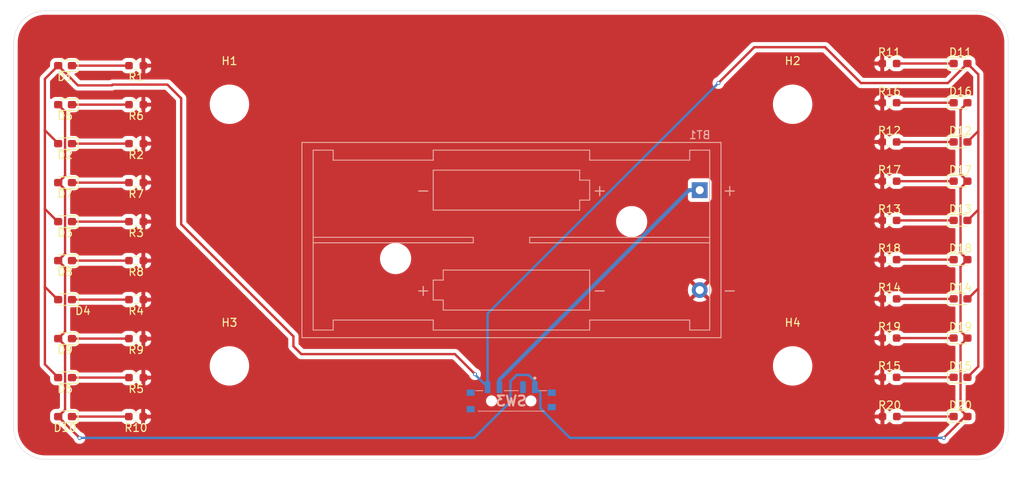
<source format=kicad_pcb>
(kicad_pcb (version 20241229) (generator "pcbnew") (generator_version "9.0")
  (layers (0 "F.Cu" signal) (2 "B.Cu" signal) (13 "F.Paste" user) (15 "B.Paste" user) (5 "F.SilkS" user "F.Silkscreen") (7 "B.SilkS" user "B.Silkscreen") (1 "F.Mask" user) (3 "B.Mask" user) (25 "Edge.Cuts" user))
  (net 0 "")
  (net 1 "GND")
  (net 2 "Net-(BT1-+)")
  (net 3 "Net-(D1-K)")
  (net 4 "/3V Red")
  (net 5 "Net-(D2-K)")
  (net 6 "Net-(D3-K)")
  (net 7 "Net-(D4-K)")
  (net 8 "Net-(D5-K)")
  (net 9 "/3V blue")
  (net 10 "Net-(D6-K)")
  (net 11 "Net-(D7-K)")
  (net 12 "Net-(D8-K)")
  (net 13 "Net-(D9-K)")
  (net 14 "Net-(D10-K)")
  (net 15 "Net-(D11-K)")
  (net 16 "Net-(D12-K)")
  (net 17 "Net-(D13-K)")
  (net 18 "Net-(D14-K)")
  (net 19 "Net-(D15-K)")
  (net 20 "Net-(D16-K)")
  (net 21 "Net-(D17-K)")
  (net 22 "Net-(D18-K)")
  (net 23 "Net-(D19-K)")
  (net 24 "Net-(D20-K)")
  (footprint "Resistor_SMD:R_0603_1608Metric_Pad0.98x0.95mm_HandSolder" (layer "F.Cu") (at 32.3075 77.609449 180)
    (property "Reference" "R8" (at 0 -1.43 0) (layer "F.SilkS"))
    (property "Value" "R_US")
    (fp_line (start -0.254724 0.5225) (end 0.254724 0.5225) (stroke (width 0.12)) (layer "F.SilkS"))
    (fp_line (start -0.254724 -0.5225) (end 0.254724 -0.5225) (stroke (width 0.12)) (layer "F.SilkS"))
    (pad "1" smd roundrect (at -0.9125 0 180) (size 0.975 0.95) (layers "F.Cu" "F.Mask" "F.Paste") (net 1 "GND"))
    (pad "2" smd roundrect (at 0.9125 0 180) (size 0.975 0.95) (layers "F.Cu" "F.Mask" "F.Paste") (net 12 "Net-(D8-K)"))
  )
  (footprint "Resistor_SMD:R_0603_1608Metric_Pad0.98x0.95mm_HandSolder" (layer "F.Cu") (at 127.9325 77.485554)
    (property "Reference" "R18" (at 0 -1.43 0) (layer "F.SilkS"))
    (property "Value" "R_US")
    (fp_line (start -0.254724 -0.5225) (end 0.254724 -0.5225) (stroke (width 0.12)) (layer "F.SilkS"))
    (fp_line (start -0.254724 0.5225) (end 0.254724 0.5225) (stroke (width 0.12)) (layer "F.SilkS"))
    (pad "1" smd roundrect (at -0.9125 0) (size 0.975 0.95) (layers "F.Cu" "F.Mask" "F.Paste") (net 1 "GND"))
    (pad "2" smd roundrect (at 0.9125 0) (size 0.975 0.95) (layers "F.Cu" "F.Mask" "F.Paste") (net 22 "Net-(D18-K)"))
  )
  (footprint "LED_SMD:LED_0603_1608Metric_Pad1.05x0.95mm_HandSolder" (layer "F.Cu") (at 23.28 67.698338 180)
    (property "Reference" "D7" (at 0 -1.43 0) (layer "F.SilkS"))
    (property "Value" "LED")
    (fp_line (start 0.8 -0.735) (end -1.66 -0.735) (stroke (width 0.12)) (layer "F.SilkS"))
    (fp_line (start -1.66 0.735) (end 0.8 0.735) (stroke (width 0.12)) (layer "F.SilkS"))
    (fp_line (start -1.66 -0.735) (end -1.66 0.735) (stroke (width 0.12)) (layer "F.SilkS"))
    (pad "1" smd roundrect (at -0.875 0 180) (size 1.05 0.95) (layers "F.Cu" "F.Mask" "F.Paste") (net 11 "Net-(D7-K)"))
    (pad "2" smd roundrect (at 0.875 0 180) (size 1.05 0.95) (layers "F.Cu" "F.Mask" "F.Paste") (net 9 "/3V blue"))
  )
  (footprint "Resistor_SMD:R_0603_1608Metric_Pad0.98x0.95mm_HandSolder" (layer "F.Cu") (at 32.3075 72.653893 180)
    (property "Reference" "R3" (at 0 -1.43 0) (layer "F.SilkS"))
    (property "Value" "R_US")
    (fp_line (start -0.254724 0.5225) (end 0.254724 0.5225) (stroke (width 0.12)) (layer "F.SilkS"))
    (fp_line (start -0.254724 -0.5225) (end 0.254724 -0.5225) (stroke (width 0.12)) (layer "F.SilkS"))
    (pad "1" smd roundrect (at -0.9125 0 180) (size 0.975 0.95) (layers "F.Cu" "F.Mask" "F.Paste") (net 1 "GND"))
    (pad "2" smd roundrect (at 0.9125 0 180) (size 0.975 0.95) (layers "F.Cu" "F.Mask" "F.Paste") (net 6 "Net-(D3-K)"))
  )
  (footprint "LED_SMD:LED_0603_1608Metric_Pad1.05x0.95mm_HandSolder" (layer "F.Cu") (at 136.96 57.546293)
    (property "Reference" "D16" (at 0 -1.43 0) (layer "F.SilkS"))
    (property "Value" "LED")
    (fp_line (start -1.66 -0.735) (end -1.66 0.735) (stroke (width 0.12)) (layer "F.SilkS"))
    (fp_line (start -1.66 0.735) (end 0.8 0.735) (stroke (width 0.12)) (layer "F.SilkS"))
    (fp_line (start 0.8 -0.735) (end -1.66 -0.735) (stroke (width 0.12)) (layer "F.SilkS"))
    (pad "1" smd roundrect (at -0.875 0) (size 1.05 0.95) (layers "F.Cu" "F.Mask" "F.Paste") (net 20 "Net-(D16-K)"))
    (pad "2" smd roundrect (at 0.875 0) (size 1.05 0.95) (layers "F.Cu" "F.Mask" "F.Paste") (net 9 "/3V blue"))
  )
  (footprint "Resistor_SMD:R_0603_1608Metric_Pad0.98x0.95mm_HandSolder" (layer "F.Cu") (at 127.9325 82.470369)
    (property "Reference" "R14" (at 0 -1.43 0) (layer "F.SilkS"))
    (property "Value" "R_US")
    (fp_line (start -0.254724 -0.5225) (end 0.254724 -0.5225) (stroke (width 0.12)) (layer "F.SilkS"))
    (fp_line (start -0.254724 0.5225) (end 0.254724 0.5225) (stroke (width 0.12)) (layer "F.SilkS"))
    (pad "1" smd roundrect (at -0.9125 0) (size 0.975 0.95) (layers "F.Cu" "F.Mask" "F.Paste") (net 1 "GND"))
    (pad "2" smd roundrect (at 0.9125 0) (size 0.975 0.95) (layers "F.Cu" "F.Mask" "F.Paste") (net 18 "Net-(D14-K)"))
  )
  (footprint "Resistor_SMD:R_0603_1608Metric_Pad0.98x0.95mm_HandSolder" (layer "F.Cu") (at 32.3075 67.698338 180)
    (property "Reference" "R7" (at 0 -1.43 0) (layer "F.SilkS"))
    (property "Value" "R_US")
    (fp_line (start -0.254724 0.5225) (end 0.254724 0.5225) (stroke (width 0.12)) (layer "F.SilkS"))
    (fp_line (start -0.254724 -0.5225) (end 0.254724 -0.5225) (stroke (width 0.12)) (layer "F.SilkS"))
    (pad "1" smd roundrect (at -0.9125 0 180) (size 0.975 0.95) (layers "F.Cu" "F.Mask" "F.Paste") (net 1 "GND"))
    (pad "2" smd roundrect (at 0.9125 0 180) (size 0.975 0.95) (layers "F.Cu" "F.Mask" "F.Paste") (net 11 "Net-(D7-K)"))
  )
  (footprint "Resistor_SMD:R_0603_1608Metric_Pad0.98x0.95mm_HandSolder" (layer "F.Cu") (at 32.3075 57.787228 180)
    (property "Reference" "R6" (at 0 -1.43 0) (layer "F.SilkS"))
    (property "Value" "R_US")
    (fp_line (start -0.254724 0.5225) (end 0.254724 0.5225) (stroke (width 0.12)) (layer "F.SilkS"))
    (fp_line (start -0.254724 -0.5225) (end 0.254724 -0.5225) (stroke (width 0.12)) (layer "F.SilkS"))
    (pad "1" smd roundrect (at -0.9125 0 180) (size 0.975 0.95) (layers "F.Cu" "F.Mask" "F.Paste") (net 1 "GND"))
    (pad "2" smd roundrect (at 0.9125 0 180) (size 0.975 0.95) (layers "F.Cu" "F.Mask" "F.Paste") (net 10 "Net-(D6-K)"))
  )
  (footprint "LED_SMD:LED_0603_1608Metric_Pad1.05x0.95mm_HandSolder" (layer "F.Cu") (at 136.96 77.485554)
    (property "Reference" "D18" (at 0 -1.43 0) (layer "F.SilkS"))
    (property "Value" "LED")
    (fp_line (start -1.66 -0.735) (end -1.66 0.735) (stroke (width 0.12)) (layer "F.SilkS"))
    (fp_line (start -1.66 0.735) (end 0.8 0.735) (stroke (width 0.12)) (layer "F.SilkS"))
    (fp_line (start 0.8 -0.735) (end -1.66 -0.735) (stroke (width 0.12)) (layer "F.SilkS"))
    (pad "1" smd roundrect (at -0.875 0) (size 1.05 0.95) (layers "F.Cu" "F.Mask" "F.Paste") (net 22 "Net-(D18-K)"))
    (pad "2" smd roundrect (at 0.875 0) (size 1.05 0.95) (layers "F.Cu" "F.Mask" "F.Paste") (net 9 "/3V blue"))
  )
  (footprint "LED_SMD:LED_0603_1608Metric_Pad1.05x0.95mm_HandSolder" (layer "F.Cu") (at 23.28 97.431669 180)
    (property "Reference" "D10" (at 0 -1.43 0) (layer "F.SilkS"))
    (property "Value" "LED")
    (fp_line (start 0.8 -0.735) (end -1.66 -0.735) (stroke (width 0.12)) (layer "F.SilkS"))
    (fp_line (start -1.66 0.735) (end 0.8 0.735) (stroke (width 0.12)) (layer "F.SilkS"))
    (fp_line (start -1.66 -0.735) (end -1.66 0.735) (stroke (width 0.12)) (layer "F.SilkS"))
    (pad "1" smd roundrect (at -0.875 0 180) (size 1.05 0.95) (layers "F.Cu" "F.Mask" "F.Paste") (net 14 "Net-(D10-K)"))
    (pad "2" smd roundrect (at 0.875 0 180) (size 1.05 0.95) (layers "F.Cu" "F.Mask" "F.Paste") (net 9 "/3V blue"))
  )
  (footprint "LED_SMD:LED_0603_1608Metric_Pad1.05x0.95mm_HandSolder" (layer "F.Cu") (at 23.28 82.565004 180)
    (property "Reference" "D4" (at -2.265 -1.43 0) (layer "F.SilkS"))
    (property "Value" "LED")
    (fp_line (start 0.8 -0.735) (end -1.66 -0.735) (stroke (width 0.12)) (layer "F.SilkS"))
    (fp_line (start -1.66 0.735) (end 0.8 0.735) (stroke (width 0.12)) (layer "F.SilkS"))
    (fp_line (start -1.66 -0.735) (end -1.66 0.735) (stroke (width 0.12)) (layer "F.SilkS"))
    (pad "1" smd roundrect (at -0.875 0 180) (size 1.05 0.95) (layers "F.Cu" "F.Mask" "F.Paste") (net 7 "Net-(D4-K)"))
    (pad "2" smd roundrect (at 0.875 0 180) (size 1.05 0.95) (layers "F.Cu" "F.Mask" "F.Paste") (net 4 "/3V Red"))
  )
  (footprint "LED_SMD:LED_0603_1608Metric_Pad1.05x0.95mm_HandSolder" (layer "F.Cu") (at 23.28 87.520559 180)
    (property "Reference" "D9" (at 0 -1.43 0) (layer "F.SilkS"))
    (property "Value" "LED")
    (fp_line (start 0.8 -0.735) (end -1.66 -0.735) (stroke (width 0.12)) (layer "F.SilkS"))
    (fp_line (start -1.66 0.735) (end 0.8 0.735) (stroke (width 0.12)) (layer "F.SilkS"))
    (fp_line (start -1.66 -0.735) (end -1.66 0.735) (stroke (width 0.12)) (layer "F.SilkS"))
    (pad "1" smd roundrect (at -0.875 0 180) (size 1.05 0.95) (layers "F.Cu" "F.Mask" "F.Paste") (net 13 "Net-(D9-K)"))
    (pad "2" smd roundrect (at 0.875 0 180) (size 1.05 0.95) (layers "F.Cu" "F.Mask" "F.Paste") (net 9 "/3V blue"))
  )
  (footprint "LED_SMD:LED_0603_1608Metric_Pad1.05x0.95mm_HandSolder" (layer "F.Cu") (at 136.96 97.424815)
    (property "Reference" "D20" (at 0 -1.43 0) (layer "F.SilkS"))
    (property "Value" "LED")
    (fp_line (start -1.66 -0.735) (end -1.66 0.735) (stroke (width 0.12)) (layer "F.SilkS"))
    (fp_line (start -1.66 0.735) (end 0.8 0.735) (stroke (width 0.12)) (layer "F.SilkS"))
    (fp_line (start 0.8 -0.735) (end -1.66 -0.735) (stroke (width 0.12)) (layer "F.SilkS"))
    (pad "1" smd roundrect (at -0.875 0) (size 1.05 0.95) (layers "F.Cu" "F.Mask" "F.Paste") (net 24 "Net-(D20-K)"))
    (pad "2" smd roundrect (at 0.875 0) (size 1.05 0.95) (layers "F.Cu" "F.Mask" "F.Paste") (net 9 "/3V blue"))
  )
  (footprint "Resistor_SMD:R_0603_1608Metric_Pad0.98x0.95mm_HandSolder" (layer "F.Cu") (at 32.3075 52.831673 180)
    (property "Reference" "R1" (at 0 -1.43 0) (layer "F.SilkS"))
    (property "Value" "R_US")
    (fp_line (start -0.254724 0.5225) (end 0.254724 0.5225) (stroke (width 0.12)) (layer "F.SilkS"))
    (fp_line (start -0.254724 -0.5225) (end 0.254724 -0.5225) (stroke (width 0.12)) (layer "F.SilkS"))
    (pad "1" smd roundrect (at -0.9125 0 180) (size 0.975 0.95) (layers "F.Cu" "F.Mask" "F.Paste") (net 1 "GND"))
    (pad "2" smd roundrect (at 0.9125 0 180) (size 0.975 0.95) (layers "F.Cu" "F.Mask" "F.Paste") (net 3 "Net-(D1-K)"))
  )
  (footprint "Resistor_SMD:R_0603_1608Metric_Pad0.98x0.95mm_HandSolder" (layer "F.Cu") (at 32.3075 87.520559 180)
    (property "Reference" "R9" (at 0 -1.43 0) (layer "F.SilkS"))
    (property "Value" "R_US")
    (fp_line (start -0.254724 0.5225) (end 0.254724 0.5225) (stroke (width 0.12)) (layer "F.SilkS"))
    (fp_line (start -0.254724 -0.5225) (end 0.254724 -0.5225) (stroke (width 0.12)) (layer "F.SilkS"))
    (pad "1" smd roundrect (at -0.9125 0 180) (size 0.975 0.95) (layers "F.Cu" "F.Mask" "F.Paste") (net 1 "GND"))
    (pad "2" smd roundrect (at 0.9125 0 180) (size 0.975 0.95) (layers "F.Cu" "F.Mask" "F.Paste") (net 13 "Net-(D9-K)"))
  )
  (footprint "Resistor_SMD:R_0603_1608Metric_Pad0.98x0.95mm_HandSolder" (layer "F.Cu") (at 32.3075 82.565004 180)
    (property "Reference" "R4" (at 0 -1.43 0) (layer "F.SilkS"))
    (property "Value" "R_US")
    (fp_line (start -0.254724 0.5225) (end 0.254724 0.5225) (stroke (width 0.12)) (layer "F.SilkS"))
    (fp_line (start -0.254724 -0.5225) (end 0.254724 -0.5225) (stroke (width 0.12)) (layer "F.SilkS"))
    (pad "1" smd roundrect (at -0.9125 0 180) (size 0.975 0.95) (layers "F.Cu" "F.Mask" "F.Paste") (net 1 "GND"))
    (pad "2" smd roundrect (at 0.9125 0 180) (size 0.975 0.95) (layers "F.Cu" "F.Mask" "F.Paste") (net 7 "Net-(D4-K)"))
  )
  (footprint "LED_SMD:LED_0603_1608Metric_Pad1.05x0.95mm_HandSolder" (layer "F.Cu") (at 136.96 62.531108)
    (property "Reference" "D12" (at 0 -1.43 0) (layer "F.SilkS"))
    (property "Value" "LED")
    (fp_line (start -1.66 -0.735) (end -1.66 0.735) (stroke (width 0.12)) (layer "F.SilkS"))
    (fp_line (start -1.66 0.735) (end 0.8 0.735) (stroke (width 0.12)) (layer "F.SilkS"))
    (fp_line (start 0.8 -0.735) (end -1.66 -0.735) (stroke (width 0.12)) (layer "F.SilkS"))
    (pad "1" smd roundrect (at -0.875 0) (size 1.05 0.95) (layers "F.Cu" "F.Mask" "F.Paste") (net 16 "Net-(D12-K)"))
    (pad "2" smd roundrect (at 0.875 0) (size 1.05 0.95) (layers "F.Cu" "F.Mask" "F.Paste") (net 4 "/3V Red"))
  )
  (footprint "Resistor_SMD:R_0603_1608Metric_Pad0.98x0.95mm_HandSolder" (layer "F.Cu") (at 127.9325 67.515924)
    (property "Reference" "R17" (at 0 -1.43 0) (layer "F.SilkS"))
    (property "Value" "R_US")
    (fp_line (start -0.254724 -0.5225) (end 0.254724 -0.5225) (stroke (width 0.12)) (layer "F.SilkS"))
    (fp_line (start -0.254724 0.5225) (end 0.254724 0.5225) (stroke (width 0.12)) (layer "F.SilkS"))
    (pad "1" smd roundrect (at -0.9125 0) (size 0.975 0.95) (layers "F.Cu" "F.Mask" "F.Paste") (net 1 "GND"))
    (pad "2" smd roundrect (at 0.9125 0) (size 0.975 0.95) (layers "F.Cu" "F.Mask" "F.Paste") (net 21 "Net-(D17-K)"))
  )
  (footprint "LED_SMD:LED_0603_1608Metric_Pad1.05x0.95mm_HandSolder" (layer "F.Cu") (at 136.96 82.470369)
    (property "Reference" "D14" (at 0 -1.43 0) (layer "F.SilkS"))
    (property "Value" "LED")
    (fp_line (start -1.66 -0.735) (end -1.66 0.735) (stroke (width 0.12)) (layer "F.SilkS"))
    (fp_line (start -1.66 0.735) (end 0.8 0.735) (stroke (width 0.12)) (layer "F.SilkS"))
    (fp_line (start 0.8 -0.735) (end -1.66 -0.735) (stroke (width 0.12)) (layer "F.SilkS"))
    (pad "1" smd roundrect (at -0.875 0) (size 1.05 0.95) (layers "F.Cu" "F.Mask" "F.Paste") (net 18 "Net-(D14-K)"))
    (pad "2" smd roundrect (at 0.875 0) (size 1.05 0.95) (layers "F.Cu" "F.Mask" "F.Paste") (net 4 "/3V Red"))
  )
  (footprint "LED_SMD:LED_0603_1608Metric_Pad1.05x0.95mm_HandSolder" (layer "F.Cu") (at 136.96 72.500739)
    (property "Reference" "D13" (at 0 -1.43 0) (layer "F.SilkS"))
    (property "Value" "LED")
    (fp_line (start -1.66 -0.735) (end -1.66 0.735) (stroke (width 0.12)) (layer "F.SilkS"))
    (fp_line (start -1.66 0.735) (end 0.8 0.735) (stroke (width 0.12)) (layer "F.SilkS"))
    (fp_line (start 0.8 -0.735) (end -1.66 -0.735) (stroke (width 0.12)) (layer "F.SilkS"))
    (pad "1" smd roundrect (at -0.875 0) (size 1.05 0.95) (layers "F.Cu" "F.Mask" "F.Paste") (net 17 "Net-(D13-K)"))
    (pad "2" smd roundrect (at 0.875 0) (size 1.05 0.95) (layers "F.Cu" "F.Mask" "F.Paste") (net 4 "/3V Red"))
  )
  (footprint "Resistor_SMD:R_0603_1608Metric_Pad0.98x0.95mm_HandSolder" (layer "F.Cu") (at 127.96 97.424815)
    (property "Reference" "R20" (at 0 -1.43 0) (layer "F.SilkS"))
    (property "Value" "R_US")
    (fp_line (start -0.254724 -0.5225) (end 0.254724 -0.5225) (stroke (width 0.12)) (layer "F.SilkS"))
    (fp_line (start -0.254724 0.5225) (end 0.254724 0.5225) (stroke (width 0.12)) (layer "F.SilkS"))
    (pad "1" smd roundrect (at -0.9125 0) (size 0.975 0.95) (layers "F.Cu" "F.Mask" "F.Paste") (net 1 "GND"))
    (pad "2" smd roundrect (at 0.9125 0) (size 0.975 0.95) (layers "F.Cu" "F.Mask" "F.Paste") (net 24 "Net-(D20-K)"))
  )
  (footprint "LED_SMD:LED_0603_1608Metric_Pad1.05x0.95mm_HandSolder" (layer "F.Cu") (at 23.28 62.742783 180)
    (property "Reference" "D2" (at 0 -1.43 0) (layer "F.SilkS"))
    (property "Value" "LED")
    (fp_line (start 0.8 -0.735) (end -1.66 -0.735) (stroke (width 0.12)) (layer "F.SilkS"))
    (fp_line (start -1.66 0.735) (end 0.8 0.735) (stroke (width 0.12)) (layer "F.SilkS"))
    (fp_line (start -1.66 -0.735) (end -1.66 0.735) (stroke (width 0.12)) (layer "F.SilkS"))
    (pad "1" smd roundrect (at -0.875 0 180) (size 1.05 0.95) (layers "F.Cu" "F.Mask" "F.Paste") (net 5 "Net-(D2-K)"))
    (pad "2" smd roundrect (at 0.875 0 180) (size 1.05 0.95) (layers "F.Cu" "F.Mask" "F.Paste") (net 4 "/3V Red"))
  )
  (footprint "MountingHole:MountingHole_4.5mm" (layer "F.Cu") (at 44.145 90.99)
    (property "Reference" "H3" (at 0 -5.5 0) (layer "F.SilkS"))
    (property "Value" "MountingHole")
    (pad "" np_thru_hole circle (at 0 0) (size 4.5 4.5) (drill 4.5) (layers "*.Cu" "*.Mask"))
  )
  (footprint "Resistor_SMD:R_0603_1608Metric_Pad0.98x0.95mm_HandSolder" (layer "F.Cu") (at 127.9325 57.546293)
    (property "Reference" "R16" (at 0 -1.43 0) (layer "F.SilkS"))
    (property "Value" "R_US")
    (fp_line (start -0.254724 -0.5225) (end 0.254724 -0.5225) (stroke (width 0.12)) (layer "F.SilkS"))
    (fp_line (start -0.254724 0.5225) (end 0.254724 0.5225) (stroke (width 0.12)) (layer "F.SilkS"))
    (pad "1" smd roundrect (at -0.9125 0) (size 0.975 0.95) (layers "F.Cu" "F.Mask" "F.Paste") (net 1 "GND"))
    (pad "2" smd roundrect (at 0.9125 0) (size 0.975 0.95) (layers "F.Cu" "F.Mask" "F.Paste") (net 20 "Net-(D16-K)"))
  )
  (footprint "LED_SMD:LED_0603_1608Metric_Pad1.05x0.95mm_HandSolder" (layer "F.Cu") (at 23.28 52.831673 180)
    (property "Reference" "D1" (at 0 -1.43 0) (layer "F.SilkS"))
    (property "Value" "LED")
    (fp_line (start 0.8 -0.735) (end -1.66 -0.735) (stroke (width 0.12)) (layer "F.SilkS"))
    (fp_line (start -1.66 0.735) (end 0.8 0.735) (stroke (width 0.12)) (layer "F.SilkS"))
    (fp_line (start -1.66 -0.735) (end -1.66 0.735) (stroke (width 0.12)) (layer "F.SilkS"))
    (pad "1" smd roundrect (at -0.875 0 180) (size 1.05 0.95) (layers "F.Cu" "F.Mask" "F.Paste") (net 3 "Net-(D1-K)"))
    (pad "2" smd roundrect (at 0.875 0 180) (size 1.05 0.95) (layers "F.Cu" "F.Mask" "F.Paste") (net 4 "/3V Red"))
  )
  (footprint "LED_SMD:LED_0603_1608Metric_Pad1.05x0.95mm_HandSolder" (layer "F.Cu") (at 136.96 67.515924)
    (property "Reference" "D17" (at 0 -1.43 0) (layer "F.SilkS"))
    (property "Value" "LED")
    (fp_line (start -1.66 -0.735) (end -1.66 0.735) (stroke (width 0.12)) (layer "F.SilkS"))
    (fp_line (start -1.66 0.735) (end 0.8 0.735) (stroke (width 0.12)) (layer "F.SilkS"))
    (fp_line (start 0.8 -0.735) (end -1.66 -0.735) (stroke (width 0.12)) (layer "F.SilkS"))
    (pad "1" smd roundrect (at -0.875 0) (size 1.05 0.95) (layers "F.Cu" "F.Mask" "F.Paste") (net 21 "Net-(D17-K)"))
    (pad "2" smd roundrect (at 0.875 0) (size 1.05 0.95) (layers "F.Cu" "F.Mask" "F.Paste") (net 9 "/3V blue"))
  )
  (footprint "MountingHole:MountingHole_4.5mm" (layer "F.Cu") (at 44.145 57.74)
    (property "Reference" "H1" (at 0 -5.5 0) (layer "F.SilkS"))
    (property "Value" "MountingHole")
    (pad "" np_thru_hole circle (at 0 0) (size 4.5 4.5) (drill 4.5) (layers "*.Cu" "*.Mask"))
  )
  (footprint "LED_SMD:LED_0603_1608Metric_Pad1.05x0.95mm_HandSolder" (layer "F.Cu") (at 136.96 92.44)
    (property "Reference" "D15" (at 0 -1.43 0) (layer "F.SilkS"))
    (property "Value" "LED")
    (fp_line (start -1.66 -0.735) (end -1.66 0.735) (stroke (width 0.12)) (layer "F.SilkS"))
    (fp_line (start -1.66 0.735) (end 0.8 0.735) (stroke (width 0.12)) (layer "F.SilkS"))
    (fp_line (start 0.8 -0.735) (end -1.66 -0.735) (stroke (width 0.12)) (layer "F.SilkS"))
    (pad "1" smd roundrect (at -0.875 0) (size 1.05 0.95) (layers "F.Cu" "F.Mask" "F.Paste") (net 19 "Net-(D15-K)"))
    (pad "2" smd roundrect (at 0.875 0) (size 1.05 0.95) (layers "F.Cu" "F.Mask" "F.Paste") (net 4 "/3V Red"))
  )
  (footprint "Resistor_SMD:R_0603_1608Metric_Pad0.98x0.95mm_HandSolder" (layer "F.Cu") (at 127.9325 62.531108)
    (property "Reference" "R12" (at 0 -1.43 0) (layer "F.SilkS"))
    (property "Value" "R_US")
    (fp_line (start -0.254724 -0.5225) (end 0.254724 -0.5225) (stroke (width 0.12)) (layer "F.SilkS"))
    (fp_line (start -0.254724 0.5225) (end 0.254724 0.5225) (stroke (width 0.12)) (layer "F.SilkS"))
    (pad "1" smd roundrect (at -0.9125 0) (size 0.975 0.95) (layers "F.Cu" "F.Mask" "F.Paste") (net 1 "GND"))
    (pad "2" smd roundrect (at 0.9125 0) (size 0.975 0.95) (layers "F.Cu" "F.Mask" "F.Paste") (net 16 "Net-(D12-K)"))
  )
  (footprint "LED_SMD:LED_0603_1608Metric_Pad1.05x0.95mm_HandSolder" (layer "F.Cu") (at 136.96 87.455185)
    (property "Reference" "D19" (at 0 -1.43 0) (layer "F.SilkS"))
    (property "Value" "LED")
    (fp_line (start -1.66 -0.735) (end -1.66 0.735) (stroke (width 0.12)) (layer "F.SilkS"))
    (fp_line (start -1.66 0.735) (end 0.8 0.735) (stroke (width 0.12)) (layer "F.SilkS"))
    (fp_line (start 0.8 -0.735) (end -1.66 -0.735) (stroke (width 0.12)) (layer "F.SilkS"))
    (pad "1" smd roundrect (at -0.875 0) (size 1.05 0.95) (layers "F.Cu" "F.Mask" "F.Paste") (net 23 "Net-(D19-K)"))
    (pad "2" smd roundrect (at 0.875 0) (size 1.05 0.95) (layers "F.Cu" "F.Mask" "F.Paste") (net 9 "/3V blue"))
  )
  (footprint "LED_SMD:LED_0603_1608Metric_Pad1.05x0.95mm_HandSolder" (layer "F.Cu") (at 136.96 52.561478)
    (property "Reference" "D11" (at 0 -1.43 0) (layer "F.SilkS"))
    (property "Value" "LED")
    (fp_line (start -1.66 -0.735) (end -1.66 0.735) (stroke (width 0.12)) (layer "F.SilkS"))
    (fp_line (start -1.66 0.735) (end 0.8 0.735) (stroke (width 0.12)) (layer "F.SilkS"))
    (fp_line (start 0.8 -0.735) (end -1.66 -0.735) (stroke (width 0.12)) (layer "F.SilkS"))
    (pad "1" smd roundrect (at -0.875 0) (size 1.05 0.95) (layers "F.Cu" "F.Mask" "F.Paste") (net 15 "Net-(D11-K)"))
    (pad "2" smd roundrect (at 0.875 0) (size 1.05 0.95) (layers "F.Cu" "F.Mask" "F.Paste") (net 4 "/3V Red"))
  )
  (footprint "LED_SMD:LED_0603_1608Metric_Pad1.05x0.95mm_HandSolder" (layer "F.Cu") (at 23.28 57.787228 180)
    (property "Reference" "D6" (at 0 -1.43 0) (layer "F.SilkS"))
    (property "Value" "LED")
    (fp_line (start 0.8 -0.735) (end -1.66 -0.735) (stroke (width 0.12)) (layer "F.SilkS"))
    (fp_line (start -1.66 0.735) (end 0.8 0.735) (stroke (width 0.12)) (layer "F.SilkS"))
    (fp_line (start -1.66 -0.735) (end -1.66 0.735) (stroke (width 0.12)) (layer "F.SilkS"))
    (pad "1" smd roundrect (at -0.875 0 180) (size 1.05 0.95) (layers "F.Cu" "F.Mask" "F.Paste") (net 10 "Net-(D6-K)"))
    (pad "2" smd roundrect (at 0.875 0 180) (size 1.05 0.95) (layers "F.Cu" "F.Mask" "F.Paste") (net 9 "/3V blue"))
  )
  (footprint "MountingHole:MountingHole_4.5mm" (layer "F.Cu") (at 115.645 57.74)
    (property "Reference" "H2" (at 0 -5.5 0) (layer "F.SilkS"))
    (property "Value" "MountingHole")
    (pad "" np_thru_hole circle (at 0 0) (size 4.5 4.5) (drill 4.5) (layers "*.Cu" "*.Mask"))
  )
  (footprint "Resistor_SMD:R_0603_1608Metric_Pad0.98x0.95mm_HandSolder" (layer "F.Cu") (at 127.9325 87.455185)
    (property "Reference" "R19" (at 0 -1.43 0) (layer "F.SilkS"))
    (property "Value" "R_US")
    (fp_line (start -0.254724 -0.5225) (end 0.254724 -0.5225) (stroke (width 0.12)) (layer "F.SilkS"))
    (fp_line (start -0.254724 0.5225) (end 0.254724 0.5225) (stroke (width 0.12)) (layer "F.SilkS"))
    (pad "1" smd roundrect (at -0.9125 0) (size 0.975 0.95) (layers "F.Cu" "F.Mask" "F.Paste") (net 1 "GND"))
    (pad "2" smd roundrect (at 0.9125 0) (size 0.975 0.95) (layers "F.Cu" "F.Mask" "F.Paste") (net 23 "Net-(D19-K)"))
  )
  (footprint "Resistor_SMD:R_0603_1608Metric_Pad0.98x0.95mm_HandSolder" (layer "F.Cu") (at 32.2825 97.431669 180)
    (property "Reference" "R10" (at 0 -1.43 0) (layer "F.SilkS"))
    (property "Value" "R_US")
    (fp_line (start -0.254724 0.5225) (end 0.254724 0.5225) (stroke (width 0.12)) (layer "F.SilkS"))
    (fp_line (start -0.254724 -0.5225) (end 0.254724 -0.5225) (stroke (width 0.12)) (layer "F.SilkS"))
    (pad "1" smd roundrect (at -0.9125 0 180) (size 0.975 0.95) (layers "F.Cu" "F.Mask" "F.Paste") (net 1 "GND"))
    (pad "2" smd roundrect (at 0.9125 0 180) (size 0.975 0.95) (layers "F.Cu" "F.Mask" "F.Paste") (net 14 "Net-(D10-K)"))
  )
  (footprint "Resistor_SMD:R_0603_1608Metric_Pad0.98x0.95mm_HandSolder" (layer "F.Cu") (at 127.9325 52.561478)
    (property "Reference" "R11" (at 0 -1.43 0) (layer "F.SilkS"))
    (property "Value" "R_US")
    (fp_line (start -0.254724 -0.5225) (end 0.254724 -0.5225) (stroke (width 0.12)) (layer "F.SilkS"))
    (fp_line (start -0.254724 0.5225) (end 0.254724 0.5225) (stroke (width 0.12)) (layer "F.SilkS"))
    (pad "1" smd roundrect (at -0.9125 0) (size 0.975 0.95) (layers "F.Cu" "F.Mask" "F.Paste") (net 1 "GND"))
    (pad "2" smd roundrect (at 0.9125 0) (size 0.975 0.95) (layers "F.Cu" "F.Mask" "F.Paste") (net 15 "Net-(D11-K)"))
  )
  (footprint "Resistor_SMD:R_0603_1608Metric_Pad0.98x0.95mm_HandSolder" (layer "F.Cu") (at 127.9325 72.500739)
    (property "Reference" "R13" (at 0 -1.43 0) (layer "F.SilkS"))
    (property "Value" "R_US")
    (fp_line (start -0.254724 -0.5225) (end 0.254724 -0.5225) (stroke (width 0.12)) (layer "F.SilkS"))
    (fp_line (start -0.254724 0.5225) (end 0.254724 0.5225) (stroke (width 0.12)) (layer "F.SilkS"))
    (pad "1" smd roundrect (at -0.9125 0) (size 0.975 0.95) (layers "F.Cu" "F.Mask" "F.Paste") (net 1 "GND"))
    (pad "2" smd roundrect (at 0.9125 0) (size 0.975 0.95) (layers "F.Cu" "F.Mask" "F.Paste") (net 17 "Net-(D13-K)"))
  )
  (footprint "LED_SMD:LED_0603_1608Metric_Pad1.05x0.95mm_HandSolder" (layer "F.Cu") (at 23.28 72.653893 180)
    (property "Reference" "D3" (at 0 -1.43 0) (layer "F.SilkS"))
    (property "Value" "LED")
    (fp_line (start 0.8 -0.735) (end -1.66 -0.735) (stroke (width 0.12)) (layer "F.SilkS"))
    (fp_line (start -1.66 0.735) (end 0.8 0.735) (stroke (width 0.12)) (layer "F.SilkS"))
    (fp_line (start -1.66 -0.735) (end -1.66 0.735) (stroke (width 0.12)) (layer "F.SilkS"))
    (pad "1" smd roundrect (at -0.875 0 180) (size 1.05 0.95) (layers "F.Cu" "F.Mask" "F.Paste") (net 6 "Net-(D3-K)"))
    (pad "2" smd roundrect (at 0.875 0 180) (size 1.05 0.95) (layers "F.Cu" "F.Mask" "F.Paste") (net 4 "/3V Red"))
  )
  (footprint "MountingHole:MountingHole_4.5mm" (layer "F.Cu") (at 115.645 90.99)
    (property "Reference" "H4" (at 0 -5.5 0) (layer "F.SilkS"))
    (property "Value" "MountingHole")
    (pad "" np_thru_hole circle (at 0 0) (size 4.5 4.5) (drill 4.5) (layers "*.Cu" "*.Mask"))
  )
  (footprint "LED_SMD:LED_0603_1608Metric_Pad1.05x0.95mm_HandSolder" (layer "F.Cu") (at 23.28 77.609449 180)
    (property "Reference" "D8" (at 0 -1.43 0) (layer "F.SilkS"))
    (property "Value" "LED")
    (fp_line (start 0.8 -0.735) (end -1.66 -0.735) (stroke (width 0.12)) (layer "F.SilkS"))
    (fp_line (start -1.66 0.735) (end 0.8 0.735) (stroke (width 0.12)) (layer "F.SilkS"))
    (fp_line (start -1.66 -0.735) (end -1.66 0.735) (stroke (width 0.12)) (layer "F.SilkS"))
    (pad "1" smd roundrect (at -0.875 0 180) (size 1.05 0.95) (layers "F.Cu" "F.Mask" "F.Paste") (net 12 "Net-(D8-K)"))
    (pad "2" smd roundrect (at 0.875 0 180) (size 1.05 0.95) (layers "F.Cu" "F.Mask" "F.Paste") (net 9 "/3V blue"))
  )
  (footprint "Resistor_SMD:R_0603_1608Metric_Pad0.98x0.95mm_HandSolder" (layer "F.Cu") (at 32.3075 62.742783 180)
    (property "Reference" "R2" (at 0 -1.43 0) (layer "F.SilkS"))
    (property "Value" "R_US")
    (fp_line (start -0.254724 0.5225) (end 0.254724 0.5225) (stroke (width 0.12)) (layer "F.SilkS"))
    (fp_line (start -0.254724 -0.5225) (end 0.254724 -0.5225) (stroke (width 0.12)) (layer "F.SilkS"))
    (pad "1" smd roundrect (at -0.9125 0 180) (size 0.975 0.95) (layers "F.Cu" "F.Mask" "F.Paste") (net 1 "GND"))
    (pad "2" smd roundrect (at 0.9125 0 180) (size 0.975 0.95) (layers "F.Cu" "F.Mask" "F.Paste") (net 5 "Net-(D2-K)"))
  )
  (footprint "LED_SMD:LED_0603_1608Metric_Pad1.05x0.95mm_HandSolder" (layer "F.Cu") (at 23.28 92.476114 180)
    (property "Reference" "D5" (at 0 -1.43 0) (layer "F.SilkS"))
    (property "Value" "LED")
    (fp_line (start 0.8 -0.735) (end -1.66 -0.735) (stroke (width 0.12)) (layer "F.SilkS"))
    (fp_line (start -1.66 0.735) (end 0.8 0.735) (stroke (width 0.12)) (layer "F.SilkS"))
    (fp_line (start -1.66 -0.735) (end -1.66 0.735) (stroke (width 0.12)) (layer "F.SilkS"))
    (pad "1" smd roundrect (at -0.875 0 180) (size 1.05 0.95) (layers "F.Cu" "F.Mask" "F.Paste") (net 8 "Net-(D5-K)"))
    (pad "2" smd roundrect (at 0.875 0 180) (size 1.05 0.95) (layers "F.Cu" "F.Mask" "F.Paste") (net 4 "/3V Red"))
  )
  (footprint "Resistor_SMD:R_0603_1608Metric_Pad0.98x0.95mm_HandSolder" (layer "F.Cu") (at 32.3075 92.476114 180)
    (property "Reference" "R5" (at 0 -1.43 0) (layer "F.SilkS"))
    (property "Value" "R_US")
    (fp_line (start -0.254724 0.5225) (end 0.254724 0.5225) (stroke (width 0.12)) (layer "F.SilkS"))
    (fp_line (start -0.254724 -0.5225) (end 0.254724 -0.5225) (stroke (width 0.12)) (layer "F.SilkS"))
    (pad "1" smd roundrect (at -0.9125 0 180) (size 0.975 0.95) (layers "F.Cu" "F.Mask" "F.Paste") (net 1 "GND"))
    (pad "2" smd roundrect (at 0.9125 0 180) (size 0.975 0.95) (layers "F.Cu" "F.Mask" "F.Paste") (net 8 "Net-(D5-K)"))
  )
  (footprint "Resistor_SMD:R_0603_1608Metric_Pad0.98x0.95mm_HandSolder" (layer "F.Cu") (at 127.9325 92.44)
    (property "Reference" "R15" (at 0 -1.43 0) (layer "F.SilkS"))
    (property "Value" "R_US")
    (fp_line (start -0.254724 -0.5225) (end 0.254724 -0.5225) (stroke (width 0.12)) (layer "F.SilkS"))
    (fp_line (start -0.254724 0.5225) (end 0.254724 0.5225) (stroke (width 0.12)) (layer "F.SilkS"))
    (pad "1" smd roundrect (at -0.9125 0) (size 0.975 0.95) (layers "F.Cu" "F.Mask" "F.Paste") (net 1 "GND"))
    (pad "2" smd roundrect (at 0.9125 0) (size 0.975 0.95) (layers "F.Cu" "F.Mask" "F.Paste") (net 19 "Net-(D15-K)"))
  )
  (footprint "robomaster_footprints:EG1315AA" (layer "B.Cu") (at 79.92 95.44 180)
    (property "Reference" "SW3" (at 0 0 0) (layer "B.SilkS") (effects (font (size 1.27 1.27) (thickness 0.254)) (justify mirror)))
    (property "Value" "SW_SP3T" (hide yes))
    (fp_line (start 3.6 1.3) (end 4.5 1.3) (stroke (width 0.1)) (layer "B.SilkS"))
    (fp_line (start -0.9 1.3) (end 0.9 1.3) (stroke (width 0.1)) (layer "B.SilkS"))
    (fp_line (start -2.9 2.9) (end -2.9 2.9) (stroke (width 0.2)) (layer "B.SilkS"))
    (fp_line (start -3.1 2.9) (end -3.1 2.9) (stroke (width 0.2)) (layer "B.SilkS"))
    (fp_line (start -4.2 -1.3) (end 4.2 -1.3) (stroke (width 0.1)) (layer "B.SilkS"))
    (fp_line (start -4.5 1.3) (end -3.6 1.3) (stroke (width 0.1)) (layer "B.SilkS"))
    (fp_arc (start -2.9 2.9) (mid -3 3) (end -3.1 2.9) (stroke (width 0.2)) (layer "B.SilkS"))
    (fp_arc (start -3.1 2.9) (mid -3 2.8) (end -2.9 2.9) (stroke (width 0.2)) (layer "B.SilkS"))
    (pad "" np_thru_hole circle (at -2.5 0 180) (size 0.9 0.9) (drill 0.9) (layers "*.Cu" "*.Mask"))
    (pad "" np_thru_hole circle (at 2.5 0 180) (size 0.9 0.9) (drill 0.9) (layers "*.Cu" "*.Mask"))
    (pad "1" smd rect (at -3 1.75 180) (size 0.7 1.5) (layers "B.Cu" "B.Mask" "B.Paste") (net 9 "/3V blue"))
    (pad "2" smd rect (at -1.5 1.75 180) (size 0.7 1.5) (layers "B.Cu" "B.Mask" "B.Paste"))
    (pad "3" smd rect (at 1.5 1.75 180) (size 0.7 1.5) (layers "B.Cu" "B.Mask" "B.Paste") (net 2 "Net-(BT1-+)"))
    (pad "4" smd rect (at 3 1.75 180) (size 0.7 1.5) (layers "B.Cu" "B.Mask" "B.Paste") (net 4 "/3V Red"))
    (pad "MP1" smd rect (at -5.15 1.05 90) (size 0.8 1) (layers "B.Cu" "B.Mask" "B.Paste"))
    (pad "MP2" smd rect (at -5.15 -0.79 90) (size 0.8 1) (layers "B.Cu" "B.Mask" "B.Paste"))
    (pad "MP3" smd rect (at 5.15 -1.05 90) (size 0.8 1) (layers "B.Cu" "B.Mask" "B.Paste"))
    (pad "MP4" smd rect (at 5.15 1.05 90) (size 0.8 1) (layers "B.Cu" "B.Mask" "B.Paste"))
  )
  (footprint "Battery:BatteryHolder_Keystone_2468_2xAAA" (layer "B.Cu") (at 103.85 68.65 180)
    (property "Reference" "BT1" (at 0 7 0) (layer "B.SilkS") (effects (justify mirror)))
    (property "Value" "Battery_Cell")
    (fp_line (start 50.5 6.055) (end -2.7 6.055) (stroke (width 0.12)) (layer "B.SilkS"))
    (fp_line (start 50.5 -18.75) (end 50.5 6.05) (stroke (width 0.12)) (layer "B.SilkS"))
    (fp_line (start 49.07 5.08) (end 49.07 -17.78) (stroke (width 0.12)) (layer "B.SilkS"))
    (fp_line (start 49.07 5.08) (end 46.53 5.08) (stroke (width 0.12)) (layer "B.SilkS"))
    (fp_line (start 49.07 -6) (end 28.75 -6) (stroke (width 0.12)) (layer "B.SilkS"))
    (fp_line (start 49.07 -17.78) (end 46.53 -17.78) (stroke (width 0.12)) (layer "B.SilkS"))
    (fp_line (start 46.53 5.08) (end 46.53 3.81) (stroke (width 0.12)) (layer "B.SilkS"))
    (fp_line (start 46.53 3.81) (end 33.83 3.81) (stroke (width 0.12)) (layer "B.SilkS"))
    (fp_line (start 46.53 -16.51) (end 33.83 -16.51) (stroke (width 0.12)) (layer "B.SilkS"))
    (fp_line (start 46.53 -17.78) (end 46.53 -16.51) (stroke (width 0.12)) (layer "B.SilkS"))
    (fp_line (start 33.83 5.08) (end 13.97 5.08) (stroke (width 0.12)) (layer "B.SilkS"))
    (fp_line (start 33.83 3.81) (end 33.83 5.08) (stroke (width 0.12)) (layer "B.SilkS"))
    (fp_line (start 33.83 2.54) (end 33.83 -2.54) (stroke (width 0.12)) (layer "B.SilkS"))
    (fp_line (start 33.83 -2.54) (end 15.24 -2.54) (stroke (width 0.12)) (layer "B.SilkS"))
    (fp_line (start 33.83 -11.43) (end 33.83 -13.97) (stroke (width 0.12)) (layer "B.SilkS"))
    (fp_line (start 33.83 -13.97) (end 32.56 -13.97) (stroke (width 0.12)) (layer "B.SilkS"))
    (fp_line (start 33.83 -17.78) (end 33.83 -16.51) (stroke (width 0.12)) (layer "B.SilkS"))
    (fp_line (start 32.56 -10.16) (end 32.56 -11.43) (stroke (width 0.12)) (layer "B.SilkS"))
    (fp_line (start 32.56 -11.43) (end 33.83 -11.43) (stroke (width 0.12)) (layer "B.SilkS"))
    (fp_line (start 32.56 -13.97) (end 32.56 -15.24) (stroke (width 0.12)) (layer "B.SilkS"))
    (fp_line (start 32.56 -15.24) (end 13.97 -15.24) (stroke (width 0.12)) (layer "B.SilkS"))
    (fp_line (start 28.75 -6) (end 28.75 -6.7) (stroke (width 0.12)) (layer "B.SilkS"))
    (fp_line (start 28.75 -6.7) (end 49.07 -6.7) (stroke (width 0.12)) (layer "B.SilkS"))
    (fp_line (start 21.59 -6) (end 21.59 -6.7) (stroke (width 0.12)) (layer "B.SilkS"))
    (fp_line (start 21.59 -6.7) (end -1.27 -6.7) (stroke (width 0.12)) (layer "B.SilkS"))
    (fp_line (start 15.24 2.54) (end 33.83 2.54) (stroke (width 0.12)) (layer "B.SilkS"))
    (fp_line (start 15.24 1.27) (end 15.24 2.54) (stroke (width 0.12)) (layer "B.SilkS"))
    (fp_line (start 15.24 -1.27) (end 13.97 -1.27) (stroke (width 0.12)) (layer "B.SilkS"))
    (fp_line (start 15.24 -2.54) (end 15.24 -1.27) (stroke (width 0.12)) (layer "B.SilkS"))
    (fp_line (start 13.97 5.08) (end 13.97 3.81) (stroke (width 0.12)) (layer "B.SilkS"))
    (fp_line (start 13.97 1.27) (end 15.24 1.27) (stroke (width 0.12)) (layer "B.SilkS"))
    (fp_line (start 13.97 -1.27) (end 13.97 1.27) (stroke (width 0.12)) (layer "B.SilkS"))
    (fp_line (start 13.97 -10.16) (end 32.56 -10.16) (stroke (width 0.12)) (layer "B.SilkS"))
    (fp_line (start 13.97 -15.24) (end 13.97 -10.16) (stroke (width 0.12)) (layer "B.SilkS"))
    (fp_line (start 13.97 -16.51) (end 13.97 -17.78) (stroke (width 0.12)) (layer "B.SilkS"))
    (fp_line (start 13.97 -17.78) (end 33.83 -17.78) (stroke (width 0.12)) (layer "B.SilkS"))
    (fp_line (start 1.27 5.08) (end -1.27 5.08) (stroke (width 0.12)) (layer "B.SilkS"))
    (fp_line (start 1.27 3.81) (end 13.97 3.81) (stroke (width 0.12)) (layer "B.SilkS"))
    (fp_line (start 1.27 3.81) (end 1.27 5.08) (stroke (width 0.12)) (layer "B.SilkS"))
    (fp_line (start 1.27 -16.51) (end 13.97 -16.51) (stroke (width 0.12)) (layer "B.SilkS"))
    (fp_line (start 1.27 -17.78) (end 1.27 -16.51) (stroke (width 0.12)) (layer "B.SilkS"))
    (fp_line (start -1.27 5.08) (end -1.27 -17.78) (stroke (width 0.12)) (layer "B.SilkS"))
    (fp_line (start -1.27 -6) (end 21.59 -6) (stroke (width 0.12)) (layer "B.SilkS"))
    (fp_line (start -1.27 -17.78) (end 1.27 -17.78) (stroke (width 0.12)) (layer "B.SilkS"))
    (fp_line (start -2.7 6.05) (end -2.7 -18.75) (stroke (width 0.12)) (layer "B.SilkS"))
    (fp_line (start -2.7 -18.755) (end 50.5 -18.755) (stroke (width 0.12)) (layer "B.SilkS"))
    (fp_text user "-" (at 35.1 0 0) (layer "B.SilkS") (effects (font (size 1.5 1.5)) (justify mirror)))
    (fp_text user "+" (at 12.7 0 0) (layer "B.SilkS") (effects (font (size 1.5 1.5)) (justify mirror)))
    (fp_text user "-" (at -3.81 -12.7 0) (layer "B.SilkS") (effects (font (size 1.5 1.5)) (justify mirror)))
    (fp_text user "-" (at 12.7 -12.7 0) (layer "B.SilkS") (effects (font (size 1.5 1.5)) (justify mirror)))
    (fp_text user "+" (at 35.1 -12.7 0) (layer "B.SilkS") (effects (font (size 1.5 1.5)) (justify mirror)))
    (fp_text user "+" (at -3.81 0 0) (layer "B.SilkS") (effects (font (size 1.5 1.5)) (justify mirror)))
    (pad "" np_thru_hole circle (at 8.64 -4 180) (size 3.45 3.45) (drill 3.45) (layers "*.Cu"))
    (pad "" np_thru_hole circle (at 38.61 -8.7 180) (size 3.45 3.45) (drill 3.45) (layers "*.Cu" "*.Mask"))
    (pad "1" thru_hole rect (at 0 0 180) (size 2 2) (drill 1.02) (layers "*.Cu" "*.Mask") (net 2 "Net-(BT1-+)"))
    (pad "2" thru_hole circle (at 0 -12.7 180) (size 2 2) (drill 1.02) (layers "*.Cu" "*.Mask") (net 1 "GND"))
  )
  (gr_arc (start 20.77 102.865) (mid 17.941573 101.693427) (end 16.77 98.865) (stroke (width 0.05)) (layer "Edge.Cuts"))
  (gr_arc (start 143.02 98.865) (mid 141.848427 101.693427) (end 139.02 102.865) (stroke (width 0.05)) (layer "Edge.Cuts"))
  (gr_line (start 20.77 45.865) (end 139.02 45.865) (stroke (width 0.05)) (layer "Edge.Cuts"))
  (gr_arc (start 16.77 49.865) (mid 17.941573 47.036573) (end 20.77 45.865) (stroke (width 0.05)) (layer "Edge.Cuts"))
  (gr_line (start 139.02 102.865) (end 20.77 102.865) (stroke (width 0.05)) (layer "Edge.Cuts"))
  (gr_line (start 143.02 49.865) (end 143.02 98.865) (stroke (width 0.05)) (layer "Edge.Cuts"))
  (gr_arc (start 139.02 45.865) (mid 141.848427 47.036573) (end 143.02 49.865) (stroke (width 0.05)) (layer "Edge.Cuts"))
  (gr_line (start 16.77 98.865) (end 16.77 49.865) (stroke (width 0.05)) (layer "Edge.Cuts"))
  (segment (start 103.85 68.65) (end 102.51 68.65) (width 0.5) (layer "B.Cu") (net 2))
  (segment (start 102.51 68.65) (end 78.42 92.74) (width 0.5) (layer "B.Cu") (net 2))
  (segment (start 78.42 92.74) (end 78.42 93.69) (width 0.5) (layer "B.Cu") (net 2))
  (segment (start 24.155 52.831673) (end 31.395 52.831673) (width 0.3) (layer "F.Cu") (net 3))
  (segment (start 135.356478 55.04) (end 124.32 55.04) (width 0.3) (layer "F.Cu") (net 4))
  (segment (start 20.72 90.791114) (end 22.405 92.476114) (width 0.3) (layer "F.Cu") (net 4))
  (segment (start 110.77 50.49) (end 106.22 55.04) (width 0.3) (layer "F.Cu") (net 4))
  (segment (start 139.22 71.14) (end 139.22 81.14) (width 0.3) (layer "F.Cu") (net 4))
  (segment (start 22.405 82.565004) (end 22.345004 82.565004) (width 0.3) (layer "F.Cu") (net 4))
  (segment (start 22.405 52.831673) (end 20.72 54.516673) (width 0.3) (layer "F.Cu") (net 4))
  (segment (start 137.835 52.561478) (end 139.22 53.946478) (width 0.3) (layer "F.Cu") (net 4))
  (segment (start 20.72 61.04) (end 20.72 71.04) (width 0.3) (layer "F.Cu") (net 4))
  (segment (start 137.835 62.525) (end 139.22 61.14) (width 0.3) (layer "F.Cu") (net 4))
  (segment (start 119.77 50.49) (end 110.77 50.49) (width 0.3) (layer "F.Cu") (net 4))
  (segment (start 22.405 62.725) (end 20.72 61.04) (width 0.3) (layer "F.Cu") (net 4))
  (segment (start 139.22 61.14) (end 139.22 71.14) (width 0.3) (layer "F.Cu") (net 4))
  (segment (start 137.889631 82.470369) (end 139.22 81.14) (width 0.3) (layer "F.Cu") (net 4))
  (segment (start 20.72 71.04) (end 20.72 80.94) (width 0.3) (layer "F.Cu") (net 4))
  (segment (start 22.345004 82.565004) (end 20.72 80.94) (width 0.3) (layer "F.Cu") (net 4))
  (segment (start 137.835 52.561478) (end 135.356478 55.04) (width 0.3) (layer "F.Cu") (net 4))
  (segment (start 137.835 62.531108) (end 137.835 62.525) (width 0.3) (layer "F.Cu") (net 4))
  (segment (start 29.32 55.24) (end 36.27 55.24) (width 0.3) (layer "F.Cu") (net 4))
  (segment (start 22.405 62.742783) (end 22.405 62.725) (width 0.3) (layer "F.Cu") (net 4))
  (segment (start 22.405 72.653893) (end 22.333893 72.653893) (width 0.3) (layer "F.Cu") (net 4))
  (segment (start 139.22 91.055) (end 137.835 92.44) (width 0.3) (layer "F.Cu") (net 4))
  (segment (start 29.22 55.34) (end 29.32 55.24) (width 0.3) (layer "F.Cu") (net 4))
  (segment (start 22.333893 72.653893) (end 20.72 71.04) (width 0.3) (layer "F.Cu") (net 4))
  (segment (start 38.02 56.99) (end 38.02 72.99) (width 0.3) (layer "F.Cu") (net 4))
  (segment (start 124.32 55.04) (end 119.77 50.49) (width 0.3) (layer "F.Cu") (net 4))
  (segment (start 53.27 89.49) (end 72.77 89.49) (width 0.3) (layer "F.Cu") (net 4))
  (segment (start 72.77 89.49) (end 75.32 92.04) (width 0.3) (layer "F.Cu") (net 4))
  (segment (start 36.27 55.24) (end 38.02 56.99) (width 0.3) (layer "F.Cu") (net 4))
  (segment (start 137.835 72.500739) (end 137.859261 72.500739) (width 0.3) (layer "F.Cu") (net 4))
  (segment (start 137.859261 72.500739) (end 139.22 71.14) (width 0.3) (layer "F.Cu") (net 4))
  (segment (start 137.835 82.470369) (end 137.889631 82.470369) (width 0.3) (layer "F.Cu") (net 4))
  (segment (start 139.22 81.14) (end 139.22 91.055) (width 0.3) (layer "F.Cu") (net 4))
  (segment (start 139.22 53.946478) (end 139.22 61.14) (width 0.3) (layer "F.Cu") (net 4))
  (segment (start 22.405 52.831673) (end 24.913327 55.34) (width 0.3) (layer "F.Cu") (net 4))
  (segment (start 38.02 72.99) (end 52.27 87.24) (width 0.3) (layer "F.Cu") (net 4))
  (segment (start 52.27 88.49) (end 53.27 89.49) (width 0.3) (layer "F.Cu") (net 4))
  (segment (start 52.27 87.24) (end 52.27 88.49) (width 0.3) (layer "F.Cu") (net 4))
  (segment (start 24.913327 55.34) (end 29.22 55.34) (width 0.3) (layer "F.Cu") (net 4))
  (segment (start 20.72 54.516673) (end 20.72 61.04) (width 0.3) (layer "F.Cu") (net 4))
  (segment (start 20.72 80.94) (end 20.72 90.791114) (width 0.3) (layer "F.Cu") (net 4))
  (via (at 106.22 55.04) (size 0.5) (drill 0.3) (layers "F.Cu" "B.Cu") (net 4))
  (via (at 75.32 92.04) (size 0.5) (drill 0.3) (layers "F.Cu" "B.Cu") (net 4))
  (segment (start 76.92 84.34) (end 76.92 93.69) (width 0.3) (layer "B.Cu") (net 4))
  (segment (start 75.32 92.09) (end 76.92 93.69) (width 0.3) (layer "B.Cu") (net 4))
  (segment (start 106.22 55.04) (end 76.92 84.34) (width 0.3) (layer "B.Cu") (net 4))
  (segment (start 75.32 92.04) (end 75.32 92.09) (width 0.3) (layer "B.Cu") (net 4))
  (segment (start 24.155 62.742783) (end 31.395 62.742783) (width 0.3) (layer "F.Cu") (net 5))
  (segment (start 31.395 72.653893) (end 24.155 72.653893) (width 0.3) (layer "F.Cu") (net 6))
  (segment (start 31.395 82.565004) (end 24.155 82.565004) (width 0.3) (layer "F.Cu") (net 7))
  (segment (start 31.395 92.476114) (end 24.155 92.476114) (width 0.3) (layer "F.Cu") (net 8))
  (segment (start 23.28 78.484449) (end 23.28 86.645559) (width 0.3) (layer "F.Cu") (net 9))
  (segment (start 137.535185 97.424815) (end 134.82 100.14) (width 0.3) (layer "F.Cu") (net 9))
  (segment (start 137.835 67.515924) (end 136.96 68.390924) (width 0.3) (layer "F.Cu") (net 9))
  (segment (start 23.28 86.645559) (end 22.405 87.520559) (width 0.3) (layer "F.Cu") (net 9))
  (segment (start 22.405 77.609449) (end 23.28 78.484449) (width 0.3) (layer "F.Cu") (net 9))
  (segment (start 136.96 66.640924) (end 137.835 67.515924) (width 0.3) (layer "F.Cu") (net 9))
  (segment (start 137.835 77.485554) (end 136.96 78.360554) (width 0.3) (layer "F.Cu") (net 9))
  (segment (start 137.835 97.424815) (end 137.535185 97.424815) (width 0.3) (layer "F.Cu") (net 9))
  (segment (start 22.405 57.787228) (end 23.28 58.662228) (width 0.3) (layer "F.Cu") (net 9))
  (segment (start 23.28 96.556669) (end 22.405 97.431669) (width 0.3) (layer "F.Cu") (net 9))
  (segment (start 22.405 87.520559) (end 23.28 88.395559) (width 0.3) (layer "F.Cu") (net 9))
  (segment (start 136.96 96.549815) (end 137.835 97.424815) (width 0.3) (layer "F.Cu") (net 9))
  (segment (start 136.96 86.580185) (end 137.835 87.455185) (width 0.3) (layer "F.Cu") (net 9))
  (segment (start 23.28 68.573338) (end 23.28 76.734449) (width 0.3) (layer "F.Cu") (net 9))
  (segment (start 23.28 66.823338) (end 22.405 67.698338) (width 0.3) (layer "F.Cu") (net 9))
  (segment (start 136.96 78.360554) (end 136.96 86.580185) (width 0.3) (layer "F.Cu") (net 9))
  (segment (start 136.96 76.610554) (end 137.835 77.485554) (width 0.3) (layer "F.Cu") (net 9))
  (segment (start 136.96 88.330185) (end 136.96 96.549815) (width 0.3) (layer "F.Cu") (net 9))
  (segment (start 137.835 57.546293) (end 136.96 58.421293) (width 0.3) (layer "F.Cu") (net 9))
  (segment (start 23.28 88.395559) (end 23.28 96.556669) (width 0.3) (layer "F.Cu") (net 9))
  (segment (start 23.28 76.734449) (end 22.405 77.609449) (width 0.3) (layer "F.Cu") (net 9))
  (segment (start 136.96 68.390924) (end 136.96 76.610554) (width 0.3) (layer "F.Cu") (net 9))
  (segment (start 22.405 97.431669) (end 22.411669 97.431669) (width 0.3) (layer "F.Cu") (net 9))
  (segment (start 22.411669 97.431669) (end 25.12 100.14) (width 0.3) (layer "F.Cu") (net 9))
  (segment (start 23.28 58.662228) (end 23.28 66.823338) (width 0.3) (layer "F.Cu") (net 9))
  (segment (start 137.835 87.455185) (end 136.96 88.330185) (width 0.3) (layer "F.Cu") (net 9))
  (segment (start 22.405 67.698338) (end 23.28 68.573338) (width 0.3) (layer "F.Cu") (net 9))
  (segment (start 136.96 58.421293) (end 136.96 66.640924) (width 0.3) (layer "F.Cu") (net 9))
  (via (at 25.12 100.14) (size 0.5) (drill 0.3) (layers "F.Cu" "B.Cu") (net 9))
  (via (at 134.82 100.14) (size 0.5) (drill 0.3) (layers "F.Cu" "B.Cu") (net 9))
  (segment (start 83.62 96.382) (end 83.62 94.39) (width 0.3) (layer "B.Cu") (net 9))
  (segment (start 83.62 94.39) (end 82.92 93.69) (width 0.3) (layer "B.Cu") (net 9))
  (segment (start 25.12 100.14) (end 75.22 100.14) (width 0.3) (layer "B.Cu") (net 9))
  (segment (start 87.378 100.14) (end 83.62 96.382) (width 0.3) (layer "B.Cu") (net 9))
  (segment (start 75.22 100.14) (end 79.82 95.54) (width 0.3) (layer "B.Cu") (net 9))
  (segment (start 79.82 92.94) (end 80.62 92.14) (width 0.3) (layer "B.Cu") (net 9))
  (segment (start 82.92 92.94) (end 82.92 93.69) (width 0.3) (layer "B.Cu") (net 9))
  (segment (start 79.82 95.54) (end 79.82 92.94) (width 0.3) (layer "B.Cu") (net 9))
  (segment (start 82.12 92.14) (end 82.92 92.94) (width 0.3) (layer "B.Cu") (net 9))
  (segment (start 80.62 92.14) (end 82.12 92.14) (width 0.3) (layer "B.Cu") (net 9))
  (segment (start 134.82 100.14) (end 87.378 100.14) (width 0.3) (layer "B.Cu") (net 9))
  (segment (start 24.155 57.787228) (end 31.395 57.787228) (width 0.3) (layer "F.Cu") (net 10))
  (segment (start 24.155 67.698338) (end 31.395 67.698338) (width 0.3) (layer "F.Cu") (net 11))
  (segment (start 24.155 77.609449) (end 31.395 77.609449) (width 0.3) (layer "F.Cu") (net 12))
  (segment (start 24.155 87.520559) (end 31.395 87.520559) (width 0.3) (layer "F.Cu") (net 13))
  (segment (start 24.155 97.431669) (end 31.37 97.431669) (width 0.3) (layer "F.Cu") (net 14))
  (segment (start 128.845 52.561478) (end 136.085 52.561478) (width 0.3) (layer "F.Cu") (net 15))
  (segment (start 128.845 62.531108) (end 136.085 62.531108) (width 0.3) (layer "F.Cu") (net 16))
  (segment (start 128.845 72.500739) (end 136.085 72.500739) (width 0.3) (layer "F.Cu") (net 17))
  (segment (start 128.845 82.470369) (end 136.085 82.470369) (width 0.3) (layer "F.Cu") (net 18))
  (segment (start 128.845 92.44) (end 136.085 92.44) (width 0.3) (layer "F.Cu") (net 19))
  (segment (start 136.085 57.546293) (end 128.845 57.546293) (width 0.3) (layer "F.Cu") (net 20))
  (segment (start 136.085 67.515924) (end 128.845 67.515924) (width 0.3) (layer "F.Cu") (net 21))
  (segment (start 136.085 77.485554) (end 128.845 77.485554) (width 0.3) (layer "F.Cu") (net 22))
  (segment (start 136.085 87.455185) (end 128.845 87.455185) (width 0.3) (layer "F.Cu") (net 23))
  (segment (start 136.085 97.424815) (end 128.8725 97.424815) (width 0.3) (layer "F.Cu") (net 24))
  (zone (net 1) (net_name "GND") (layer "F.Cu") (connect_pads (clearance 0.5)) (min_thickness 0.25) (fill yes (thermal_gap 0.5) (thermal_bridge_width 0.5))
    (polygon (pts (xy 15.02 44.49) (xy 15.27 105.99) (xy 145.02 105.99) (xy 144.52 44.74)))
  )
)
</source>
